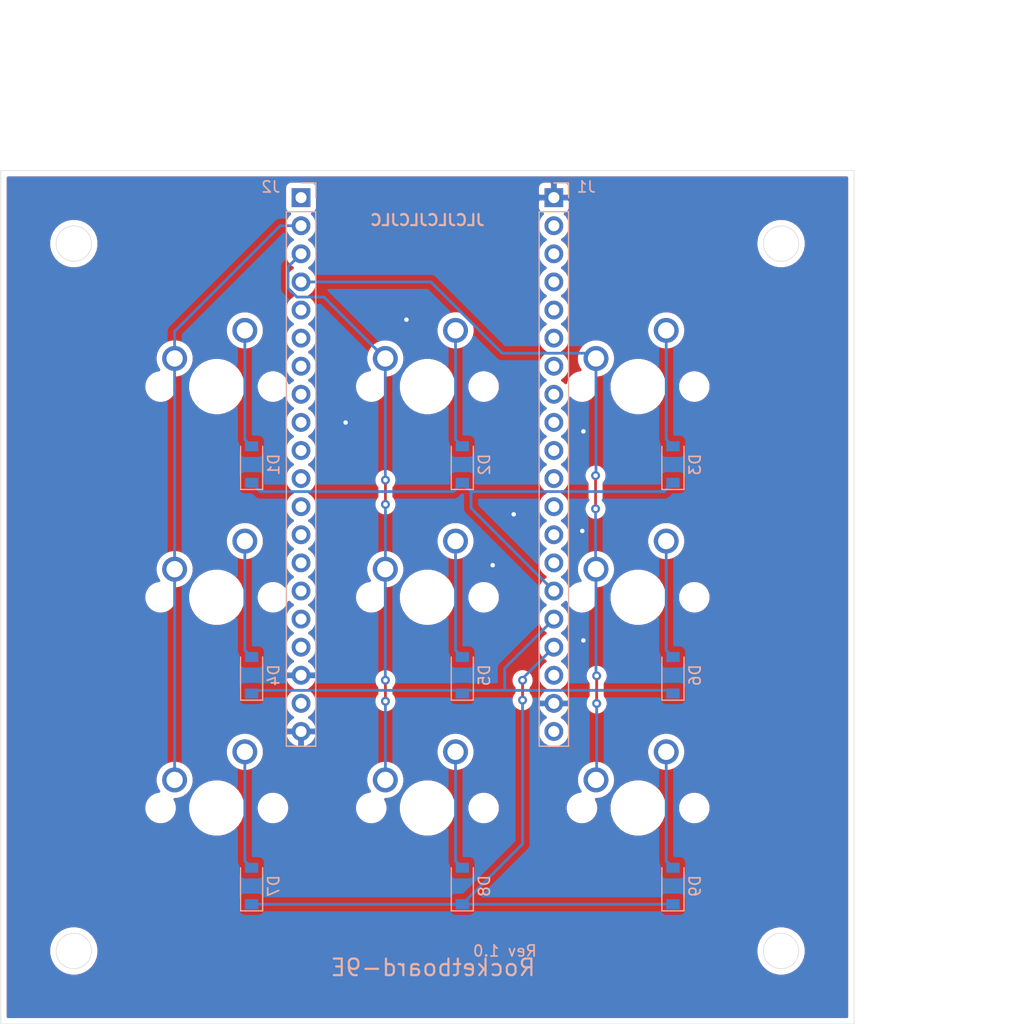
<source format=kicad_pcb>
(kicad_pcb (version 20171130) (host pcbnew "(5.1.6)-1")
  (title_block (title Rocketboard-9E) (date 2021-09-02) (rev 1.0))
  (layers (0 F.Cu signal) (31 B.Cu signal) (34 B.Paste user) (35 F.Paste user) (36 B.SilkS user) (37 F.SilkS user) (38 B.Mask user) (39 F.Mask user) (44 Edge.Cuts user))
  (net 0 "")
  (net 1 /row0)
  (net 2 "Net-(D1-Pad2)")
  (net 3 "Net-(D2-Pad2)")
  (net 4 "Net-(D3-Pad2)")
  (net 5 /row1)
  (net 6 "Net-(D4-Pad2)")
  (net 7 "Net-(D5-Pad2)")
  (net 8 "Net-(D6-Pad2)")
  (net 9 /row2)
  (net 10 "Net-(D7-Pad2)")
  (net 11 "Net-(D8-Pad2)")
  (net 12 "Net-(J1-Pad20)")
  (net 13 GND)
  (net 14 "Net-(J1-Pad18)")
  (net 15 "Net-(J1-Pad14)")
  (net 16 "Net-(J1-Pad13)")
  (net 17 "Net-(J1-Pad12)")
  (net 18 "Net-(J1-Pad11)")
  (net 19 "Net-(J1-Pad10)")
  (net 20 "Net-(J1-Pad9)")
  (net 21 "Net-(J1-Pad8)")
  (net 22 "Net-(J1-Pad7)")
  (net 23 "Net-(J1-Pad6)")
  (net 24 "Net-(J1-Pad5)")
  (net 25 "Net-(J1-Pad4)")
  (net 26 "Net-(J1-Pad3)")
  (net 27 "Net-(J1-Pad2)")
  (net 28 "Net-(J2-Pad19)")
  (net 29 "Net-(J2-Pad17)")
  (net 30 "Net-(J2-Pad16)")
  (net 31 "Net-(J2-Pad15)")
  (net 32 "Net-(J2-Pad14)")
  (net 33 "Net-(J2-Pad13)")
  (net 34 "Net-(J2-Pad12)")
  (net 35 "Net-(J2-Pad11)")
  (net 36 "Net-(J2-Pad10)")
  (net 37 "Net-(J2-Pad9)")
  (net 38 "Net-(J2-Pad8)")
  (net 39 "Net-(J2-Pad7)")
  (net 40 "Net-(J2-Pad6)")
  (net 41 "Net-(J2-Pad5)")
  (net 42 /col2)
  (net 43 /col1)
  (net 44 /col0)
  (net 45 "Net-(J2-Pad1)")
  (net 46 "Net-(D9-Pad2)")
  (module Rocketboard-9E:board-title (layer B.Cu) (at 132.4 129.375)
    (fp_text reference REF**)
    (fp_text value "Board Title")
    (fp_text user Rocketboard-9E (at 0.5 -0.1) (layer B.SilkS) (effects (font (size 1.5 1.5) (thickness 0.2)) (justify mirror)))
    (fp_text user "Rev 1.0" (at 7 -1.6) (layer B.SilkS) (effects (justify mirror)))
  )
  (module Rocketboard-9E:MXOnly-1U-NoLED (layer F.Cu) (at 151.45 114.85)
    (fp_text reference MX9)
    (fp_text value MX-NoLED)
    (pad 2 thru_hole circle (at 2.54 -5.08) (size 2.25 2.25) (drill 1.47) (layers *.Cu *.Mask) (net 46 "Net-(D9-Pad2)"))
    (pad "" np_thru_hole circle (at 0 0) (size 3.9878 3.9878) (drill 3.9878) (layers *.Cu *.Mask))
    (pad 1 thru_hole circle (at -3.81 -2.54) (size 2.25 2.25) (drill 1.47) (layers *.Cu *.Mask) (net 42 /col2))
    (pad "" np_thru_hole circle (at -5.08 0 48.0996) (size 1.75 1.75) (drill 1.75) (layers *.Cu *.Mask))
    (pad "" np_thru_hole circle (at 5.08 0 48.0996) (size 1.75 1.75) (drill 1.75) (layers *.Cu *.Mask))
  )
  (module Rocketboard-9E:MXOnly-1U-NoLED (layer F.Cu) (at 132.4 114.85)
    (fp_text reference MX8)
    (fp_text value MX-NoLED)
    (pad 2 thru_hole circle (at 2.54 -5.08) (size 2.25 2.25) (drill 1.47) (layers *.Cu *.Mask) (net 11 "Net-(D8-Pad2)"))
    (pad "" np_thru_hole circle (at 0 0) (size 3.9878 3.9878) (drill 3.9878) (layers *.Cu *.Mask))
    (pad 1 thru_hole circle (at -3.81 -2.54) (size 2.25 2.25) (drill 1.47) (layers *.Cu *.Mask) (net 43 /col1))
    (pad "" np_thru_hole circle (at -5.08 0 48.0996) (size 1.75 1.75) (drill 1.75) (layers *.Cu *.Mask))
    (pad "" np_thru_hole circle (at 5.08 0 48.0996) (size 1.75 1.75) (drill 1.75) (layers *.Cu *.Mask))
  )
  (module Rocketboard-9E:MXOnly-1U-NoLED (layer F.Cu) (at 113.35 114.85)
    (fp_text reference MX7)
    (fp_text value MX-NoLED)
    (pad 2 thru_hole circle (at 2.54 -5.08) (size 2.25 2.25) (drill 1.47) (layers *.Cu *.Mask) (net 10 "Net-(D7-Pad2)"))
    (pad "" np_thru_hole circle (at 0 0) (size 3.9878 3.9878) (drill 3.9878) (layers *.Cu *.Mask))
    (pad 1 thru_hole circle (at -3.81 -2.54) (size 2.25 2.25) (drill 1.47) (layers *.Cu *.Mask) (net 44 /col0))
    (pad "" np_thru_hole circle (at -5.08 0 48.0996) (size 1.75 1.75) (drill 1.75) (layers *.Cu *.Mask))
    (pad "" np_thru_hole circle (at 5.08 0 48.0996) (size 1.75 1.75) (drill 1.75) (layers *.Cu *.Mask))
  )
  (module Rocketboard-9E:MXOnly-1U-NoLED (layer F.Cu) (at 151.45 95.8)
    (fp_text reference MX6)
    (fp_text value MX-NoLED)
    (pad 2 thru_hole circle (at 2.54 -5.08) (size 2.25 2.25) (drill 1.47) (layers *.Cu *.Mask) (net 8 "Net-(D6-Pad2)"))
    (pad "" np_thru_hole circle (at 0 0) (size 3.9878 3.9878) (drill 3.9878) (layers *.Cu *.Mask))
    (pad 1 thru_hole circle (at -3.81 -2.54) (size 2.25 2.25) (drill 1.47) (layers *.Cu *.Mask) (net 42 /col2))
    (pad "" np_thru_hole circle (at -5.08 0 48.0996) (size 1.75 1.75) (drill 1.75) (layers *.Cu *.Mask))
    (pad "" np_thru_hole circle (at 5.08 0 48.0996) (size 1.75 1.75) (drill 1.75) (layers *.Cu *.Mask))
  )
  (module Rocketboard-9E:MXOnly-1U-NoLED (layer F.Cu) (at 132.4 95.8)
    (fp_text reference MX5)
    (fp_text value MX-NoLED)
    (pad 2 thru_hole circle (at 2.54 -5.08) (size 2.25 2.25) (drill 1.47) (layers *.Cu *.Mask) (net 7 "Net-(D5-Pad2)"))
    (pad "" np_thru_hole circle (at 0 0) (size 3.9878 3.9878) (drill 3.9878) (layers *.Cu *.Mask))
    (pad 1 thru_hole circle (at -3.81 -2.54) (size 2.25 2.25) (drill 1.47) (layers *.Cu *.Mask) (net 43 /col1))
    (pad "" np_thru_hole circle (at -5.08 0 48.0996) (size 1.75 1.75) (drill 1.75) (layers *.Cu *.Mask))
    (pad "" np_thru_hole circle (at 5.08 0 48.0996) (size 1.75 1.75) (drill 1.75) (layers *.Cu *.Mask))
  )
  (module Rocketboard-9E:MXOnly-1U-NoLED (layer F.Cu) (at 113.35 95.8)
    (fp_text reference MX4)
    (fp_text value MX-NoLED)
    (pad 2 thru_hole circle (at 2.54 -5.08) (size 2.25 2.25) (drill 1.47) (layers *.Cu *.Mask) (net 6 "Net-(D4-Pad2)"))
    (pad "" np_thru_hole circle (at 0 0) (size 3.9878 3.9878) (drill 3.9878) (layers *.Cu *.Mask))
    (pad 1 thru_hole circle (at -3.81 -2.54) (size 2.25 2.25) (drill 1.47) (layers *.Cu *.Mask) (net 44 /col0))
    (pad "" np_thru_hole circle (at -5.08 0 48.0996) (size 1.75 1.75) (drill 1.75) (layers *.Cu *.Mask))
    (pad "" np_thru_hole circle (at 5.08 0 48.0996) (size 1.75 1.75) (drill 1.75) (layers *.Cu *.Mask))
  )
  (module Rocketboard-9E:MXOnly-1U-NoLED (layer F.Cu) (at 151.45 76.75)
    (fp_text reference MX3)
    (fp_text value MX-NoLED)
    (pad 2 thru_hole circle (at 2.54 -5.08) (size 2.25 2.25) (drill 1.47) (layers *.Cu *.Mask) (net 4 "Net-(D3-Pad2)"))
    (pad "" np_thru_hole circle (at 0 0) (size 3.9878 3.9878) (drill 3.9878) (layers *.Cu *.Mask))
    (pad 1 thru_hole circle (at -3.81 -2.54) (size 2.25 2.25) (drill 1.47) (layers *.Cu *.Mask) (net 42 /col2))
    (pad "" np_thru_hole circle (at -5.08 0 48.0996) (size 1.75 1.75) (drill 1.75) (layers *.Cu *.Mask))
    (pad "" np_thru_hole circle (at 5.08 0 48.0996) (size 1.75 1.75) (drill 1.75) (layers *.Cu *.Mask))
  )
  (module Rocketboard-9E:MXOnly-1U-NoLED (layer F.Cu) (at 132.4 76.75)
    (fp_text reference MX2)
    (fp_text value MX-NoLED)
    (pad 2 thru_hole circle (at 2.54 -5.08) (size 2.25 2.25) (drill 1.47) (layers *.Cu *.Mask) (net 3 "Net-(D2-Pad2)"))
    (pad "" np_thru_hole circle (at 0 0) (size 3.9878 3.9878) (drill 3.9878) (layers *.Cu *.Mask))
    (pad 1 thru_hole circle (at -3.81 -2.54) (size 2.25 2.25) (drill 1.47) (layers *.Cu *.Mask) (net 43 /col1))
    (pad "" np_thru_hole circle (at -5.08 0 48.0996) (size 1.75 1.75) (drill 1.75) (layers *.Cu *.Mask))
    (pad "" np_thru_hole circle (at 5.08 0 48.0996) (size 1.75 1.75) (drill 1.75) (layers *.Cu *.Mask))
  )
  (module Rocketboard-9E:MXOnly-1U-NoLED (layer F.Cu) (at 113.35 76.75)
    (fp_text reference MX1)
    (fp_text value MX-NoLED)
    (pad "" np_thru_hole circle (at 5.08 0 48.0996) (size 1.75 1.75) (drill 1.75) (layers *.Cu *.Mask))
    (pad "" np_thru_hole circle (at -5.08 0 48.0996) (size 1.75 1.75) (drill 1.75) (layers *.Cu *.Mask))
    (pad 1 thru_hole circle (at -3.81 -2.54) (size 2.25 2.25) (drill 1.47) (layers *.Cu *.Mask) (net 44 /col0))
    (pad "" np_thru_hole circle (at 0 0) (size 3.9878 3.9878) (drill 3.9878) (layers *.Cu *.Mask))
    (pad 2 thru_hole circle (at 2.54 -5.08) (size 2.25 2.25) (drill 1.47) (layers *.Cu *.Mask) (net 2 "Net-(D1-Pad2)"))
  )
  (module Connector_PinHeader_2.54mm:PinHeader_1x20_P2.54mm_Vertical (layer B.Cu) (at 120.97 59.67 180)
    (fp_text reference J2 (at 2.73 0.97) (layer B.SilkS) (effects (justify mirror)))
    (fp_text value Conn_01x20)
    (fp_line (start -1.33 -49.59) (end 1.33 -49.59) (layer B.SilkS) (width 0.12))
    (fp_line (start -1.33 -1.27) (end -1.33 -49.59) (layer B.SilkS) (width 0.12))
    (fp_line (start 1.33 -1.27) (end 1.33 -49.59) (layer B.SilkS) (width 0.12))
    (fp_line (start -1.33 -1.27) (end 1.33 -1.27) (layer B.SilkS) (width 0.12))
    (fp_line (start -1.33 0) (end -1.33 1.33) (layer B.SilkS) (width 0.12))
    (fp_line (start -1.33 1.33) (end 0 1.33) (layer B.SilkS) (width 0.12))
    (pad 20 thru_hole oval (at 0 -48.26 180) (size 1.7 1.7) (drill 1) (layers *.Cu *.Mask) (net 13 GND))
    (pad 19 thru_hole oval (at 0 -45.72 180) (size 1.7 1.7) (drill 1) (layers *.Cu *.Mask) (net 28 "Net-(J2-Pad19)"))
    (pad 18 thru_hole oval (at 0 -43.18 180) (size 1.7 1.7) (drill 1) (layers *.Cu *.Mask) (net 13 GND))
    (pad 17 thru_hole oval (at 0 -40.64 180) (size 1.7 1.7) (drill 1) (layers *.Cu *.Mask) (net 29 "Net-(J2-Pad17)"))
    (pad 16 thru_hole oval (at 0 -38.1 180) (size 1.7 1.7) (drill 1) (layers *.Cu *.Mask) (net 30 "Net-(J2-Pad16)"))
    (pad 15 thru_hole oval (at 0 -35.56 180) (size 1.7 1.7) (drill 1) (layers *.Cu *.Mask) (net 31 "Net-(J2-Pad15)"))
    (pad 14 thru_hole oval (at 0 -33.02 180) (size 1.7 1.7) (drill 1) (layers *.Cu *.Mask) (net 32 "Net-(J2-Pad14)"))
    (pad 13 thru_hole oval (at 0 -30.48 180) (size 1.7 1.7) (drill 1) (layers *.Cu *.Mask) (net 33 "Net-(J2-Pad13)"))
    (pad 12 thru_hole oval (at 0 -27.94 180) (size 1.7 1.7) (drill 1) (layers *.Cu *.Mask) (net 34 "Net-(J2-Pad12)"))
    (pad 11 thru_hole oval (at 0 -25.4 180) (size 1.7 1.7) (drill 1) (layers *.Cu *.Mask) (net 35 "Net-(J2-Pad11)"))
    (pad 10 thru_hole oval (at 0 -22.86 180) (size 1.7 1.7) (drill 1) (layers *.Cu *.Mask) (net 36 "Net-(J2-Pad10)"))
    (pad 9 thru_hole oval (at 0 -20.32 180) (size 1.7 1.7) (drill 1) (layers *.Cu *.Mask) (net 37 "Net-(J2-Pad9)"))
    (pad 8 thru_hole oval (at 0 -17.78 180) (size 1.7 1.7) (drill 1) (layers *.Cu *.Mask) (net 38 "Net-(J2-Pad8)"))
    (pad 7 thru_hole oval (at 0 -15.24 180) (size 1.7 1.7) (drill 1) (layers *.Cu *.Mask) (net 39 "Net-(J2-Pad7)"))
    (pad 6 thru_hole oval (at 0 -12.7 180) (size 1.7 1.7) (drill 1) (layers *.Cu *.Mask) (net 40 "Net-(J2-Pad6)"))
    (pad 5 thru_hole oval (at 0 -10.16 180) (size 1.7 1.7) (drill 1) (layers *.Cu *.Mask) (net 41 "Net-(J2-Pad5)"))
    (pad 4 thru_hole oval (at 0 -7.62 180) (size 1.7 1.7) (drill 1) (layers *.Cu *.Mask) (net 42 /col2))
    (pad 3 thru_hole oval (at 0 -5.08 180) (size 1.7 1.7) (drill 1) (layers *.Cu *.Mask) (net 43 /col1))
    (pad 2 thru_hole oval (at 0 -2.54 180) (size 1.7 1.7) (drill 1) (layers *.Cu *.Mask) (net 44 /col0))
    (pad 1 thru_hole rect (at 0 0 180) (size 1.7 1.7) (drill 1) (layers *.Cu *.Mask) (net 45 "Net-(J2-Pad1)"))
  )
  (module Connector_PinHeader_2.54mm:PinHeader_1x20_P2.54mm_Vertical (layer B.Cu) (at 143.83 59.67 180)
    (fp_text reference J1 (at -2.93 0.97) (layer B.SilkS) (effects (justify mirror)))
    (fp_text value Conn_01x20)
    (fp_line (start -1.33 -49.59) (end 1.33 -49.59) (layer B.SilkS) (width 0.12))
    (fp_line (start -1.33 -1.27) (end -1.33 -49.59) (layer B.SilkS) (width 0.12))
    (fp_line (start 1.33 -1.27) (end 1.33 -49.59) (layer B.SilkS) (width 0.12))
    (fp_line (start -1.33 -1.27) (end 1.33 -1.27) (layer B.SilkS) (width 0.12))
    (fp_line (start -1.33 0) (end -1.33 1.33) (layer B.SilkS) (width 0.12))
    (fp_line (start -1.33 1.33) (end 0 1.33) (layer B.SilkS) (width 0.12))
    (pad 20 thru_hole oval (at 0 -48.26 180) (size 1.7 1.7) (drill 1) (layers *.Cu *.Mask) (net 12 "Net-(J1-Pad20)"))
    (pad 19 thru_hole oval (at 0 -45.72 180) (size 1.7 1.7) (drill 1) (layers *.Cu *.Mask) (net 13 GND))
    (pad 18 thru_hole oval (at 0 -43.18 180) (size 1.7 1.7) (drill 1) (layers *.Cu *.Mask) (net 14 "Net-(J1-Pad18)"))
    (pad 17 thru_hole oval (at 0 -40.64 180) (size 1.7 1.7) (drill 1) (layers *.Cu *.Mask) (net 9 /row2))
    (pad 16 thru_hole oval (at 0 -38.1 180) (size 1.7 1.7) (drill 1) (layers *.Cu *.Mask) (net 5 /row1))
    (pad 15 thru_hole oval (at 0 -35.56 180) (size 1.7 1.7) (drill 1) (layers *.Cu *.Mask) (net 1 /row0))
    (pad 14 thru_hole oval (at 0 -33.02 180) (size 1.7 1.7) (drill 1) (layers *.Cu *.Mask) (net 15 "Net-(J1-Pad14)"))
    (pad 13 thru_hole oval (at 0 -30.48 180) (size 1.7 1.7) (drill 1) (layers *.Cu *.Mask) (net 16 "Net-(J1-Pad13)"))
    (pad 12 thru_hole oval (at 0 -27.94 180) (size 1.7 1.7) (drill 1) (layers *.Cu *.Mask) (net 17 "Net-(J1-Pad12)"))
    (pad 11 thru_hole oval (at 0 -25.4 180) (size 1.7 1.7) (drill 1) (layers *.Cu *.Mask) (net 18 "Net-(J1-Pad11)"))
    (pad 10 thru_hole oval (at 0 -22.86 180) (size 1.7 1.7) (drill 1) (layers *.Cu *.Mask) (net 19 "Net-(J1-Pad10)"))
    (pad 9 thru_hole oval (at 0 -20.32 180) (size 1.7 1.7) (drill 1) (layers *.Cu *.Mask) (net 20 "Net-(J1-Pad9)"))
    (pad 8 thru_hole oval (at 0 -17.78 180) (size 1.7 1.7) (drill 1) (layers *.Cu *.Mask) (net 21 "Net-(J1-Pad8)"))
    (pad 7 thru_hole oval (at 0 -15.24 180) (size 1.7 1.7) (drill 1) (layers *.Cu *.Mask) (net 22 "Net-(J1-Pad7)"))
    (pad 6 thru_hole oval (at 0 -12.7 180) (size 1.7 1.7) (drill 1) (layers *.Cu *.Mask) (net 23 "Net-(J1-Pad6)"))
    (pad 5 thru_hole oval (at 0 -10.16 180) (size 1.7 1.7) (drill 1) (layers *.Cu *.Mask) (net 24 "Net-(J1-Pad5)"))
    (pad 4 thru_hole oval (at 0 -7.62 180) (size 1.7 1.7) (drill 1) (layers *.Cu *.Mask) (net 25 "Net-(J1-Pad4)"))
    (pad 3 thru_hole oval (at 0 -5.08 180) (size 1.7 1.7) (drill 1) (layers *.Cu *.Mask) (net 26 "Net-(J1-Pad3)"))
    (pad 2 thru_hole oval (at 0 -2.54 180) (size 1.7 1.7) (drill 1) (layers *.Cu *.Mask) (net 27 "Net-(J1-Pad2)"))
    (pad 1 thru_hole rect (at 0 0 180) (size 1.7 1.7) (drill 1) (layers *.Cu *.Mask) (net 13 GND))
  )
  (module Diode_SMD:D_SOD-123 (layer B.Cu) (at 154.6 121.9 90)
    (fp_text reference D9 (at 0 2 90) (layer B.SilkS) (effects (justify mirror)))
    (fp_text value D_Small)
    (fp_line (start -2.25 1) (end -2.25 -1) (layer B.SilkS) (width 0.12))
    (fp_line (start -2.25 -1) (end 1.65 -1) (layer B.SilkS) (width 0.12))
    (fp_line (start -2.25 1) (end 1.65 1) (layer B.SilkS) (width 0.12))
    (pad 2 smd rect (at 1.65 0 90) (size 0.9 1.2) (layers B.Cu B.Paste B.Mask) (net 46 "Net-(D9-Pad2)"))
    (pad 1 smd rect (at -1.65 0 90) (size 0.9 1.2) (layers B.Cu B.Paste B.Mask) (net 9 /row2))
  )
  (module Diode_SMD:D_SOD-123 (layer B.Cu) (at 135.55 121.9 90)
    (fp_text reference D8 (at 0 2 90) (layer B.SilkS) (effects (justify mirror)))
    (fp_text value D_Small)
    (fp_line (start -2.25 1) (end -2.25 -1) (layer B.SilkS) (width 0.12))
    (fp_line (start -2.25 -1) (end 1.65 -1) (layer B.SilkS) (width 0.12))
    (fp_line (start -2.25 1) (end 1.65 1) (layer B.SilkS) (width 0.12))
    (pad 2 smd rect (at 1.65 0 90) (size 0.9 1.2) (layers B.Cu B.Paste B.Mask) (net 11 "Net-(D8-Pad2)"))
    (pad 1 smd rect (at -1.65 0 90) (size 0.9 1.2) (layers B.Cu B.Paste B.Mask) (net 9 /row2))
  )
  (module Diode_SMD:D_SOD-123 (layer B.Cu) (at 116.5 121.9 90)
    (fp_text reference D7 (at 0 2 90) (layer B.SilkS) (effects (justify mirror)))
    (fp_text value D_Small)
    (fp_line (start -2.25 1) (end -2.25 -1) (layer B.SilkS) (width 0.12))
    (fp_line (start -2.25 -1) (end 1.65 -1) (layer B.SilkS) (width 0.12))
    (fp_line (start -2.25 1) (end 1.65 1) (layer B.SilkS) (width 0.12))
    (pad 2 smd rect (at 1.65 0 90) (size 0.9 1.2) (layers B.Cu B.Paste B.Mask) (net 10 "Net-(D7-Pad2)"))
    (pad 1 smd rect (at -1.65 0 90) (size 0.9 1.2) (layers B.Cu B.Paste B.Mask) (net 9 /row2))
  )
  (module Diode_SMD:D_SOD-123 (layer B.Cu) (at 154.6 102.85 90)
    (fp_text reference D6 (at 0 2 90) (layer B.SilkS) (effects (justify mirror)))
    (fp_text value D_Small)
    (fp_line (start -2.25 1) (end -2.25 -1) (layer B.SilkS) (width 0.12))
    (fp_line (start -2.25 -1) (end 1.65 -1) (layer B.SilkS) (width 0.12))
    (fp_line (start -2.25 1) (end 1.65 1) (layer B.SilkS) (width 0.12))
    (pad 2 smd rect (at 1.65 0 90) (size 0.9 1.2) (layers B.Cu B.Paste B.Mask) (net 8 "Net-(D6-Pad2)"))
    (pad 1 smd rect (at -1.65 0 90) (size 0.9 1.2) (layers B.Cu B.Paste B.Mask) (net 5 /row1))
  )
  (module Diode_SMD:D_SOD-123 (layer B.Cu) (at 135.55 102.85 90)
    (fp_text reference D5 (at 0 2 90) (layer B.SilkS) (effects (justify mirror)))
    (fp_text value D_Small)
    (fp_line (start -2.25 1) (end -2.25 -1) (layer B.SilkS) (width 0.12))
    (fp_line (start -2.25 -1) (end 1.65 -1) (layer B.SilkS) (width 0.12))
    (fp_line (start -2.25 1) (end 1.65 1) (layer B.SilkS) (width 0.12))
    (pad 2 smd rect (at 1.65 0 90) (size 0.9 1.2) (layers B.Cu B.Paste B.Mask) (net 7 "Net-(D5-Pad2)"))
    (pad 1 smd rect (at -1.65 0 90) (size 0.9 1.2) (layers B.Cu B.Paste B.Mask) (net 5 /row1))
  )
  (module Diode_SMD:D_SOD-123 (layer B.Cu) (at 116.5 102.85 90)
    (fp_text reference D4 (at 0 2 90) (layer B.SilkS) (effects (justify mirror)))
    (fp_text value D_Small)
    (fp_line (start -2.25 1) (end -2.25 -1) (layer B.SilkS) (width 0.12))
    (fp_line (start -2.25 -1) (end 1.65 -1) (layer B.SilkS) (width 0.12))
    (fp_line (start -2.25 1) (end 1.65 1) (layer B.SilkS) (width 0.12))
    (pad 2 smd rect (at 1.65 0 90) (size 0.9 1.2) (layers B.Cu B.Paste B.Mask) (net 6 "Net-(D4-Pad2)"))
    (pad 1 smd rect (at -1.65 0 90) (size 0.9 1.2) (layers B.Cu B.Paste B.Mask) (net 5 /row1))
  )
  (module Diode_SMD:D_SOD-123 (layer B.Cu) (at 154.6 83.8 90)
    (fp_text reference D3 (at 0 2 90) (layer B.SilkS) (effects (justify mirror)))
    (fp_text value D_Small)
    (fp_line (start -2.25 1) (end -2.25 -1) (layer B.SilkS) (width 0.12))
    (fp_line (start -2.25 -1) (end 1.65 -1) (layer B.SilkS) (width 0.12))
    (fp_line (start -2.25 1) (end 1.65 1) (layer B.SilkS) (width 0.12))
    (pad 2 smd rect (at 1.65 0 90) (size 0.9 1.2) (layers B.Cu B.Paste B.Mask) (net 4 "Net-(D3-Pad2)"))
    (pad 1 smd rect (at -1.65 0 90) (size 0.9 1.2) (layers B.Cu B.Paste B.Mask) (net 1 /row0))
  )
  (module Diode_SMD:D_SOD-123 (layer B.Cu) (at 135.55 83.8 90)
    (fp_text reference D2 (at 0 2 90) (layer B.SilkS) (effects (justify mirror)))
    (fp_text value D_Small)
    (fp_line (start -2.25 1) (end -2.25 -1) (layer B.SilkS) (width 0.12))
    (fp_line (start -2.25 -1) (end 1.65 -1) (layer B.SilkS) (width 0.12))
    (fp_line (start -2.25 1) (end 1.65 1) (layer B.SilkS) (width 0.12))
    (pad 2 smd rect (at 1.65 0 90) (size 0.9 1.2) (layers B.Cu B.Paste B.Mask) (net 3 "Net-(D2-Pad2)"))
    (pad 1 smd rect (at -1.65 0 90) (size 0.9 1.2) (layers B.Cu B.Paste B.Mask) (net 1 /row0))
  )
  (module Diode_SMD:D_SOD-123 (layer B.Cu) (at 116.5 83.8 90)
    (fp_text reference D1 (at 0 2 90) (layer B.SilkS) (effects (justify mirror)))
    (fp_text value D_Small)
    (fp_line (start -2.25 1) (end -2.25 -1) (layer B.SilkS) (width 0.12))
    (fp_line (start -2.25 -1) (end 1.65 -1) (layer B.SilkS) (width 0.12))
    (fp_line (start -2.25 1) (end 1.65 1) (layer B.SilkS) (width 0.12))
    (pad 2 smd rect (at 1.65 0 90) (size 0.9 1.2) (layers B.Cu B.Paste B.Mask) (net 2 "Net-(D1-Pad2)"))
    (pad 1 smd rect (at -1.65 0 90) (size 0.9 1.2) (layers B.Cu B.Paste B.Mask) (net 1 /row0))
  )
  (gr_text JLCJLCJLCJLC (at 132.4 61.7) (layer B.SilkS) (effects (font (size 1 1) (thickness 0.2)) (justify mirror)))
  (gr_circle (center 164.375 127.775) (end 165.975 127.775) (layer Edge.Cuts) (width 0.05))
  (gr_circle (center 100.425 127.775) (end 102.025 127.775) (layer Edge.Cuts) (width 0.05))
  (gr_circle (center 100.425 63.825) (end 102.025 63.825) (layer Edge.Cuts) (width 0.05))
  (gr_circle (center 164.375 63.825) (end 165.975 63.825) (layer Edge.Cuts) (width 0.05))
  (gr_line (start 93.825 57.225) (end 170.975 57.225) (layer Edge.Cuts) (width 0.05))
  (gr_line (start 93.825 134.375) (end 170.975 134.375) (layer Edge.Cuts) (width 0.05))
  (gr_line (start 170.975 57.225) (end 170.975 134.375) (layer Edge.Cuts) (width 0.05))
  (gr_line (start 93.825 57.225) (end 93.825 134.375) (layer Edge.Cuts) (width 0.05))
  (segment (start 134.754999 86.245001) (end 135.55 85.45) (width 0.25) (layer B.Cu) (net 1))
  (segment (start 117.295001 86.245001) (end 134.754999 86.245001) (width 0.25) (layer B.Cu) (net 1))
  (segment (start 116.5 85.45) (end 117.295001 86.245001) (width 0.25) (layer B.Cu) (net 1))
  (segment (start 153.804999 86.245001) (end 154.6 85.45) (width 0.25) (layer B.Cu) (net 1))
  (segment (start 136.345001 86.245001) (end 153.804999 86.245001) (width 0.25) (layer B.Cu) (net 1))
  (segment (start 135.55 85.45) (end 136.345001 86.245001) (width 0.25) (layer B.Cu) (net 1))
  (segment (start 136.345001 87.745001) (end 136.345001 86.245001) (width 0.25) (layer B.Cu) (net 1))
  (segment (start 143.83 95.23) (end 136.345001 87.745001) (width 0.25) (layer B.Cu) (net 1))
  (segment (start 115.89 81.54) (end 116.5 82.15) (width 0.25) (layer B.Cu) (net 2))
  (segment (start 115.89 71.67) (end 115.89 81.54) (width 0.25) (layer B.Cu) (net 2))
  (segment (start 134.94 81.54) (end 135.55 82.15) (width 0.25) (layer B.Cu) (net 3))
  (segment (start 134.94 71.67) (end 134.94 81.54) (width 0.25) (layer B.Cu) (net 3))
  (segment (start 153.99 81.54) (end 154.6 82.15) (width 0.25) (layer B.Cu) (net 4))
  (segment (start 153.99 71.67) (end 153.99 81.54) (width 0.25) (layer B.Cu) (net 4))
  (segment (start 135.264999 104.214999) (end 135.55 104.5) (width 0.25) (layer B.Cu) (net 5))
  (segment (start 116.785001 104.214999) (end 135.264999 104.214999) (width 0.25) (layer B.Cu) (net 5))
  (segment (start 116.5 104.5) (end 116.785001 104.214999) (width 0.25) (layer B.Cu) (net 5))
  (segment (start 154.314999 104.214999) (end 154.6 104.5) (width 0.25) (layer B.Cu) (net 5))
  (segment (start 135.55 104.5) (end 135.835001 104.214999) (width 0.25) (layer B.Cu) (net 5))
  (segment (start 135.835001 104.214999) (end 139.385001 104.214999) (width 0.25) (layer B.Cu) (net 5))
  (segment (start 139.385001 102.214999) (end 139.385001 104.214999) (width 0.25) (layer B.Cu) (net 5))
  (segment (start 143.83 97.77) (end 139.385001 102.214999) (width 0.25) (layer B.Cu) (net 5))
  (segment (start 139.385001 104.214999) (end 154.314999 104.214999) (width 0.25) (layer B.Cu) (net 5))
  (segment (start 115.89 100.59) (end 116.5 101.2) (width 0.25) (layer B.Cu) (net 6))
  (segment (start 115.89 90.72) (end 115.89 100.59) (width 0.25) (layer B.Cu) (net 6))
  (segment (start 134.94 100.59) (end 135.55 101.2) (width 0.25) (layer B.Cu) (net 7))
  (segment (start 134.94 90.72) (end 134.94 100.59) (width 0.25) (layer B.Cu) (net 7))
  (segment (start 153.99 100.59) (end 154.6 101.2) (width 0.25) (layer B.Cu) (net 8))
  (segment (start 153.99 90.72) (end 153.99 100.59) (width 0.25) (layer B.Cu) (net 8))
  (segment (start 116.5 123.55) (end 135.55 123.55) (width 0.25) (layer B.Cu) (net 9))
  (segment (start 135.55 123.55) (end 154.6 123.55) (width 0.25) (layer B.Cu) (net 9))
  (via (at 141 103.3) (size 0.8) (drill 0.4) (layers F.Cu B.Cu) (net 9))
  (segment (start 143.83 100.31) (end 141 103.14) (width 0.25) (layer B.Cu) (net 9))
  (segment (start 141 103.14) (end 141 103.3) (width 0.25) (layer B.Cu) (net 9))
  (via (at 141 105.1) (size 0.8) (drill 0.4) (layers F.Cu B.Cu) (net 9))
  (segment (start 141 103.3) (end 141 105.1) (width 0.25) (layer F.Cu) (net 9))
  (segment (start 141 118.1) (end 135.55 123.55) (width 0.25) (layer B.Cu) (net 9))
  (segment (start 141 105.1) (end 141 118.1) (width 0.25) (layer B.Cu) (net 9))
  (segment (start 115.89 119.64) (end 116.5 120.25) (width 0.25) (layer B.Cu) (net 10))
  (segment (start 115.89 109.77) (end 115.89 119.64) (width 0.25) (layer B.Cu) (net 10))
  (segment (start 134.94 119.64) (end 135.55 120.25) (width 0.25) (layer B.Cu) (net 11))
  (segment (start 134.94 109.77) (end 134.94 119.64) (width 0.25) (layer B.Cu) (net 11))
  (via (at 130.5 70.7) (size 0.8) (drill 0.4) (layers F.Cu B.Cu) (net 13))
  (via (at 125 80) (size 0.8) (drill 0.4) (layers F.Cu B.Cu) (net 13))
  (via (at 138.3 92.9) (size 0.8) (drill 0.4) (layers F.Cu B.Cu) (net 13))
  (via (at 146.5 80.8) (size 0.8) (drill 0.4) (layers F.Cu B.Cu) (net 13))
  (via (at 146.4 89.8) (size 0.8) (drill 0.4) (layers F.Cu B.Cu) (net 13))
  (via (at 146.5 99.7) (size 0.8) (drill 0.4) (layers F.Cu B.Cu) (net 13))
  (via (at 140.2 88.3) (size 0.8) (drill 0.4) (layers F.Cu B.Cu) (net 13))
  (via (at 147.6 84.8) (size 0.8) (drill 0.4) (layers F.Cu B.Cu) (net 42))
  (segment (start 147.64 74.21) (end 147.64 84.76) (width 0.25) (layer B.Cu) (net 42))
  (segment (start 147.64 84.76) (end 147.6 84.8) (width 0.25) (layer B.Cu) (net 42))
  (via (at 147.6 87.8) (size 0.8) (drill 0.4) (layers F.Cu B.Cu) (net 42))
  (segment (start 147.6 84.8) (end 147.6 87.8) (width 0.25) (layer F.Cu) (net 42))
  (segment (start 147.6 93.22) (end 147.64 93.26) (width 0.25) (layer B.Cu) (net 42))
  (segment (start 147.6 87.8) (end 147.6 93.22) (width 0.25) (layer B.Cu) (net 42))
  (via (at 147.7 102.9) (size 0.8) (drill 0.4) (layers F.Cu B.Cu) (net 42))
  (segment (start 147.64 93.26) (end 147.64 102.84) (width 0.25) (layer B.Cu) (net 42))
  (segment (start 147.64 102.84) (end 147.7 102.9) (width 0.25) (layer B.Cu) (net 42))
  (via (at 147.7 105.4) (size 0.8) (drill 0.4) (layers F.Cu B.Cu) (net 42))
  (segment (start 147.7 102.9) (end 147.7 105.4) (width 0.25) (layer F.Cu) (net 42))
  (segment (start 147.7 112.25) (end 147.64 112.31) (width 0.25) (layer B.Cu) (net 42))
  (segment (start 147.7 105.4) (end 147.7 112.25) (width 0.25) (layer B.Cu) (net 42))
  (segment (start 132.706002 67.29) (end 120.97 67.29) (width 0.25) (layer B.Cu) (net 42))
  (segment (start 139.151001 73.734999) (end 132.706002 67.29) (width 0.25) (layer B.Cu) (net 42))
  (segment (start 147.164999 73.734999) (end 139.151001 73.734999) (width 0.25) (layer B.Cu) (net 42))
  (segment (start 147.64 74.21) (end 147.164999 73.734999) (width 0.25) (layer B.Cu) (net 42))
  (via (at 128.6 85.2) (size 0.8) (drill 0.4) (layers F.Cu B.Cu) (net 43))
  (segment (start 128.59 74.21) (end 128.59 85.19) (width 0.25) (layer B.Cu) (net 43))
  (segment (start 128.59 85.19) (end 128.6 85.2) (width 0.25) (layer B.Cu) (net 43))
  (via (at 128.6 87.4) (size 0.8) (drill 0.4) (layers F.Cu B.Cu) (net 43))
  (segment (start 128.6 85.2) (end 128.6 87.4) (width 0.25) (layer F.Cu) (net 43))
  (segment (start 128.6 93.25) (end 128.59 93.26) (width 0.25) (layer B.Cu) (net 43))
  (segment (start 128.6 87.4) (end 128.6 93.25) (width 0.25) (layer B.Cu) (net 43))
  (via (at 128.6 103.3) (size 0.8) (drill 0.4) (layers F.Cu B.Cu) (net 43))
  (segment (start 128.59 93.26) (end 128.59 103.29) (width 0.25) (layer B.Cu) (net 43))
  (segment (start 128.59 103.29) (end 128.6 103.3) (width 0.25) (layer B.Cu) (net 43))
  (via (at 128.6 105.2) (size 0.8) (drill 0.4) (layers F.Cu B.Cu) (net 43))
  (segment (start 128.6 103.3) (end 128.6 105.2) (width 0.25) (layer F.Cu) (net 43))
  (segment (start 128.6 112.3) (end 128.59 112.31) (width 0.25) (layer B.Cu) (net 43))
  (segment (start 128.6 105.2) (end 128.6 112.3) (width 0.25) (layer B.Cu) (net 43))
  (segment (start 119.794999 67.854001) (end 119.794999 65.925001) (width 0.25) (layer B.Cu) (net 43))
  (segment (start 119.794999 65.925001) (end 120.97 64.75) (width 0.25) (layer B.Cu) (net 43))
  (segment (start 120.595997 68.654999) (end 119.794999 67.854001) (width 0.25) (layer B.Cu) (net 43))
  (segment (start 123.034999 68.654999) (end 120.595997 68.654999) (width 0.25) (layer B.Cu) (net 43))
  (segment (start 128.59 74.21) (end 123.034999 68.654999) (width 0.25) (layer B.Cu) (net 43))
  (segment (start 109.54 112.31) (end 109.54 93.26) (width 0.25) (layer B.Cu) (net 44))
  (segment (start 109.54 93.26) (end 109.54 74.21) (width 0.25) (layer B.Cu) (net 44))
  (segment (start 109.54 74.21) (end 109.54 71.76) (width 0.25) (layer B.Cu) (net 44))
  (segment (start 119.09 62.21) (end 120.97 62.21) (width 0.25) (layer B.Cu) (net 44))
  (segment (start 109.54 71.76) (end 119.09 62.21) (width 0.25) (layer B.Cu) (net 44))
  (segment (start 153.99 119.64) (end 154.6 120.25) (width 0.25) (layer B.Cu) (net 46))
  (segment (start 153.99 109.77) (end 153.99 119.64) (width 0.25) (layer B.Cu) (net 46))
  (zone (net 13) (net_name GND) (layer F.Cu) (connect_pads (clearance 0.508)) (min_thickness 0.254) (fill yes (arc_segments 32) (thermal_gap 0.508) (thermal_bridge_width 0.508))
    (polygon (pts (xy 171 134.4) (xy 93.8 134.4) (xy 93.8 57.2) (xy 171 57.2)))
  )
  (zone (net 13) (net_name GND) (layer B.Cu) (connect_pads (clearance 0.508)) (min_thickness 0.254) (fill yes (arc_segments 32) (thermal_gap 0.508) (thermal_bridge_width 0.508))
    (polygon (pts (xy 171 134.4) (xy 93.8 134.4) (xy 93.8 57.2) (xy 171 57.2)))
  )
)
</source>
